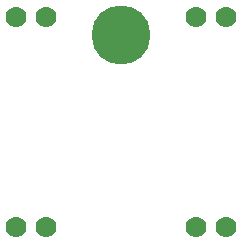
<source format=gbl>
G04 #@! TF.FileFunction,Copper,L2,Bot,Signal*
%FSLAX46Y46*%
G04 Gerber Fmt 4.6, Leading zero omitted, Abs format (unit mm)*
G04 Created by KiCad (PCBNEW 4.0.7) date 09/26/17 00:03:47*
%MOMM*%
%LPD*%
G01*
G04 APERTURE LIST*
%ADD10C,0.100000*%
%ADD11C,5.000000*%
%ADD12C,1.778000*%
G04 APERTURE END LIST*
D10*
D11*
X135890000Y-67564000D03*
D12*
X127000000Y-66040000D03*
X129540000Y-66040000D03*
X142240000Y-66040000D03*
X144780000Y-66040000D03*
X127000000Y-83820000D03*
X129540000Y-83820000D03*
X142240000Y-83820000D03*
X144780000Y-83820000D03*
M02*

</source>
